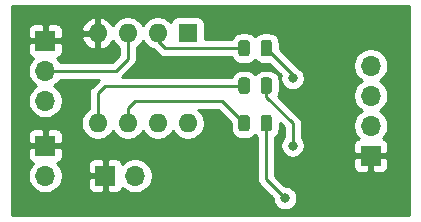
<source format=gtl>
%TF.GenerationSoftware,KiCad,Pcbnew,(5.1.6)-1*%
%TF.CreationDate,2020-09-25T08:59:50+02:00*%
%TF.ProjectId,rainbow-ledbar-CMS,7261696e-626f-4772-9d6c-65646261722d,rev?*%
%TF.SameCoordinates,PX8583b00PY44aa200*%
%TF.FileFunction,Copper,L1,Top*%
%TF.FilePolarity,Positive*%
%FSLAX46Y46*%
G04 Gerber Fmt 4.6, Leading zero omitted, Abs format (unit mm)*
G04 Created by KiCad (PCBNEW (5.1.6)-1) date 2020-09-25 08:59:50*
%MOMM*%
%LPD*%
G01*
G04 APERTURE LIST*
%TA.AperFunction,ComponentPad*%
%ADD10R,1.700000X1.700000*%
%TD*%
%TA.AperFunction,ComponentPad*%
%ADD11O,1.700000X1.700000*%
%TD*%
%TA.AperFunction,ComponentPad*%
%ADD12R,1.600000X1.600000*%
%TD*%
%TA.AperFunction,ComponentPad*%
%ADD13O,1.600000X1.600000*%
%TD*%
%TA.AperFunction,ViaPad*%
%ADD14C,0.800000*%
%TD*%
%TA.AperFunction,Conductor*%
%ADD15C,0.250000*%
%TD*%
%TA.AperFunction,Conductor*%
%ADD16C,0.254000*%
%TD*%
G04 APERTURE END LIST*
%TO.P,R1,1*%
%TO.N,B*%
%TA.AperFunction,SMDPad,CuDef*%
G36*
G01*
X19865000Y-7831250D02*
X19865000Y-6918750D01*
G75*
G02*
X20108750Y-6675000I243750J0D01*
G01*
X20596250Y-6675000D01*
G75*
G02*
X20840000Y-6918750I0J-243750D01*
G01*
X20840000Y-7831250D01*
G75*
G02*
X20596250Y-8075000I-243750J0D01*
G01*
X20108750Y-8075000D01*
G75*
G02*
X19865000Y-7831250I0J243750D01*
G01*
G37*
%TD.AperFunction*%
%TO.P,R1,2*%
%TO.N,Net-(Q1-Pad2)*%
%TA.AperFunction,SMDPad,CuDef*%
G36*
G01*
X21740000Y-7831250D02*
X21740000Y-6918750D01*
G75*
G02*
X21983750Y-6675000I243750J0D01*
G01*
X22471250Y-6675000D01*
G75*
G02*
X22715000Y-6918750I0J-243750D01*
G01*
X22715000Y-7831250D01*
G75*
G02*
X22471250Y-8075000I-243750J0D01*
G01*
X21983750Y-8075000D01*
G75*
G02*
X21740000Y-7831250I0J243750D01*
G01*
G37*
%TD.AperFunction*%
%TD*%
%TO.P,R2,2*%
%TO.N,Net-(Q2-Pad2)*%
%TA.AperFunction,SMDPad,CuDef*%
G36*
G01*
X21740000Y-11006250D02*
X21740000Y-10093750D01*
G75*
G02*
X21983750Y-9850000I243750J0D01*
G01*
X22471250Y-9850000D01*
G75*
G02*
X22715000Y-10093750I0J-243750D01*
G01*
X22715000Y-11006250D01*
G75*
G02*
X22471250Y-11250000I-243750J0D01*
G01*
X21983750Y-11250000D01*
G75*
G02*
X21740000Y-11006250I0J243750D01*
G01*
G37*
%TD.AperFunction*%
%TO.P,R2,1*%
%TO.N,G*%
%TA.AperFunction,SMDPad,CuDef*%
G36*
G01*
X19865000Y-11006250D02*
X19865000Y-10093750D01*
G75*
G02*
X20108750Y-9850000I243750J0D01*
G01*
X20596250Y-9850000D01*
G75*
G02*
X20840000Y-10093750I0J-243750D01*
G01*
X20840000Y-11006250D01*
G75*
G02*
X20596250Y-11250000I-243750J0D01*
G01*
X20108750Y-11250000D01*
G75*
G02*
X19865000Y-11006250I0J243750D01*
G01*
G37*
%TD.AperFunction*%
%TD*%
%TO.P,R3,1*%
%TO.N,R*%
%TA.AperFunction,SMDPad,CuDef*%
G36*
G01*
X19865000Y-4656250D02*
X19865000Y-3743750D01*
G75*
G02*
X20108750Y-3500000I243750J0D01*
G01*
X20596250Y-3500000D01*
G75*
G02*
X20840000Y-3743750I0J-243750D01*
G01*
X20840000Y-4656250D01*
G75*
G02*
X20596250Y-4900000I-243750J0D01*
G01*
X20108750Y-4900000D01*
G75*
G02*
X19865000Y-4656250I0J243750D01*
G01*
G37*
%TD.AperFunction*%
%TO.P,R3,2*%
%TO.N,Net-(Q3-Pad2)*%
%TA.AperFunction,SMDPad,CuDef*%
G36*
G01*
X21740000Y-4656250D02*
X21740000Y-3743750D01*
G75*
G02*
X21983750Y-3500000I243750J0D01*
G01*
X22471250Y-3500000D01*
G75*
G02*
X22715000Y-3743750I0J-243750D01*
G01*
X22715000Y-4656250D01*
G75*
G02*
X22471250Y-4900000I-243750J0D01*
G01*
X21983750Y-4900000D01*
G75*
G02*
X21740000Y-4656250I0J243750D01*
G01*
G37*
%TD.AperFunction*%
%TD*%
D10*
%TO.P,J1,1*%
%TO.N,GNDREF*%
X31069000Y-13300000D03*
D11*
%TO.P,J1,2*%
%TO.N,Net-(J1-Pad2)*%
X31069000Y-10760000D03*
%TO.P,J1,3*%
%TO.N,Net-(J1-Pad3)*%
X31069000Y-8220000D03*
%TO.P,J1,4*%
%TO.N,Net-(J1-Pad4)*%
X31069000Y-5680000D03*
%TD*%
D10*
%TO.P,J2,1*%
%TO.N,GNDREF*%
X8590000Y-14995000D03*
D11*
%TO.P,J2,2*%
%TO.N,Net-(D1-Pad2)*%
X11130000Y-14995000D03*
%TD*%
%TO.P,J3,2*%
%TO.N,PushButton*%
X3510000Y-14995000D03*
D10*
%TO.P,J3,1*%
%TO.N,GNDREF*%
X3510000Y-12455000D03*
%TD*%
%TO.P,J5,1*%
%TO.N,GNDREF*%
X3510000Y-3565000D03*
D11*
%TO.P,J5,2*%
%TO.N,Potentiom\u00E8tre*%
X3510000Y-6105000D03*
%TO.P,J5,3*%
%TO.N,VCC*%
X3510000Y-8645000D03*
%TD*%
D12*
%TO.P,U1,1*%
%TO.N,Net-(U1-Pad1)*%
X15575000Y-2930000D03*
D13*
%TO.P,U1,5*%
%TO.N,B*%
X7955000Y-10550000D03*
%TO.P,U1,2*%
%TO.N,R*%
X13035000Y-2930000D03*
%TO.P,U1,6*%
%TO.N,G*%
X10495000Y-10550000D03*
%TO.P,U1,3*%
%TO.N,Potentiom\u00E8tre*%
X10495000Y-2930000D03*
%TO.P,U1,7*%
%TO.N,PushButton*%
X13035000Y-10550000D03*
%TO.P,U1,4*%
%TO.N,GNDREF*%
X7955000Y-2930000D03*
%TO.P,U1,8*%
%TO.N,VCC*%
X15575000Y-10550000D03*
%TD*%
D14*
%TO.N,GNDREF*%
X13000000Y-6000000D03*
X33000000Y-2000000D03*
X33000000Y-17000000D03*
X16210000Y-12455000D03*
X6050000Y-16900000D03*
X19385000Y-1660000D03*
%TO.N,Net-(Q1-Pad2)*%
X24465000Y-12455000D03*
%TO.N,Net-(Q2-Pad2)*%
X23830000Y-16900000D03*
%TO.N,Net-(Q3-Pad2)*%
X24465000Y-6740000D03*
%TD*%
D15*
%TO.N,Potentiom\u00E8tre*%
X3510000Y-6105000D02*
X9479000Y-6105000D01*
X10495000Y-5089000D02*
X10495000Y-2930000D01*
X9479000Y-6105000D02*
X10495000Y-5089000D01*
%TO.N,Net-(Q1-Pad2)*%
X22227500Y-7375000D02*
X22227500Y-8312500D01*
X22227500Y-8312500D02*
X24465000Y-10550000D01*
X24465000Y-10550000D02*
X24465000Y-12455000D01*
%TO.N,Net-(Q2-Pad2)*%
X23195000Y-16265000D02*
X23830000Y-16900000D01*
X22227500Y-10550000D02*
X22227500Y-15297500D01*
X22227500Y-15297500D02*
X23195000Y-16265000D01*
%TO.N,Net-(Q3-Pad2)*%
X22227500Y-4200000D02*
X24465000Y-6437500D01*
X24465000Y-6437500D02*
X24465000Y-6740000D01*
%TO.N,B*%
X7955000Y-10550000D02*
X7955000Y-8010000D01*
X8590000Y-7375000D02*
X20352500Y-7375000D01*
X7955000Y-8010000D02*
X8590000Y-7375000D01*
%TO.N,G*%
X10495000Y-10550000D02*
X10495000Y-9280000D01*
X10495000Y-9280000D02*
X11130000Y-8645000D01*
X18447500Y-8645000D02*
X20352500Y-10550000D01*
X11130000Y-8645000D02*
X18447500Y-8645000D01*
%TO.N,R*%
X13035000Y-2930000D02*
X13035000Y-3565000D01*
X13670000Y-4200000D02*
X20352500Y-4200000D01*
X13035000Y-3565000D02*
X13670000Y-4200000D01*
%TD*%
D16*
%TO.N,GNDREF*%
G36*
X34340001Y-18340000D02*
G01*
X660000Y-18340000D01*
X660000Y-13305000D01*
X2021928Y-13305000D01*
X2034188Y-13429482D01*
X2070498Y-13549180D01*
X2129463Y-13659494D01*
X2208815Y-13756185D01*
X2305506Y-13835537D01*
X2415820Y-13894502D01*
X2488380Y-13916513D01*
X2356525Y-14048368D01*
X2194010Y-14291589D01*
X2082068Y-14561842D01*
X2025000Y-14848740D01*
X2025000Y-15141260D01*
X2082068Y-15428158D01*
X2194010Y-15698411D01*
X2356525Y-15941632D01*
X2563368Y-16148475D01*
X2806589Y-16310990D01*
X3076842Y-16422932D01*
X3363740Y-16480000D01*
X3656260Y-16480000D01*
X3943158Y-16422932D01*
X4213411Y-16310990D01*
X4456632Y-16148475D01*
X4663475Y-15941632D01*
X4728042Y-15845000D01*
X7101928Y-15845000D01*
X7114188Y-15969482D01*
X7150498Y-16089180D01*
X7209463Y-16199494D01*
X7288815Y-16296185D01*
X7385506Y-16375537D01*
X7495820Y-16434502D01*
X7615518Y-16470812D01*
X7740000Y-16483072D01*
X8304250Y-16480000D01*
X8463000Y-16321250D01*
X8463000Y-15122000D01*
X7263750Y-15122000D01*
X7105000Y-15280750D01*
X7101928Y-15845000D01*
X4728042Y-15845000D01*
X4825990Y-15698411D01*
X4937932Y-15428158D01*
X4995000Y-15141260D01*
X4995000Y-14848740D01*
X4937932Y-14561842D01*
X4825990Y-14291589D01*
X4728043Y-14145000D01*
X7101928Y-14145000D01*
X7105000Y-14709250D01*
X7263750Y-14868000D01*
X8463000Y-14868000D01*
X8463000Y-13668750D01*
X8717000Y-13668750D01*
X8717000Y-14868000D01*
X8737000Y-14868000D01*
X8737000Y-15122000D01*
X8717000Y-15122000D01*
X8717000Y-16321250D01*
X8875750Y-16480000D01*
X9440000Y-16483072D01*
X9564482Y-16470812D01*
X9684180Y-16434502D01*
X9794494Y-16375537D01*
X9891185Y-16296185D01*
X9970537Y-16199494D01*
X10029502Y-16089180D01*
X10051513Y-16016620D01*
X10183368Y-16148475D01*
X10426589Y-16310990D01*
X10696842Y-16422932D01*
X10983740Y-16480000D01*
X11276260Y-16480000D01*
X11563158Y-16422932D01*
X11833411Y-16310990D01*
X12076632Y-16148475D01*
X12283475Y-15941632D01*
X12445990Y-15698411D01*
X12557932Y-15428158D01*
X12615000Y-15141260D01*
X12615000Y-14848740D01*
X12557932Y-14561842D01*
X12445990Y-14291589D01*
X12283475Y-14048368D01*
X12076632Y-13841525D01*
X11833411Y-13679010D01*
X11563158Y-13567068D01*
X11276260Y-13510000D01*
X10983740Y-13510000D01*
X10696842Y-13567068D01*
X10426589Y-13679010D01*
X10183368Y-13841525D01*
X10051513Y-13973380D01*
X10029502Y-13900820D01*
X9970537Y-13790506D01*
X9891185Y-13693815D01*
X9794494Y-13614463D01*
X9684180Y-13555498D01*
X9564482Y-13519188D01*
X9440000Y-13506928D01*
X8875750Y-13510000D01*
X8717000Y-13668750D01*
X8463000Y-13668750D01*
X8304250Y-13510000D01*
X7740000Y-13506928D01*
X7615518Y-13519188D01*
X7495820Y-13555498D01*
X7385506Y-13614463D01*
X7288815Y-13693815D01*
X7209463Y-13790506D01*
X7150498Y-13900820D01*
X7114188Y-14020518D01*
X7101928Y-14145000D01*
X4728043Y-14145000D01*
X4663475Y-14048368D01*
X4531620Y-13916513D01*
X4604180Y-13894502D01*
X4714494Y-13835537D01*
X4811185Y-13756185D01*
X4890537Y-13659494D01*
X4949502Y-13549180D01*
X4985812Y-13429482D01*
X4998072Y-13305000D01*
X4995000Y-12740750D01*
X4836250Y-12582000D01*
X3637000Y-12582000D01*
X3637000Y-12602000D01*
X3383000Y-12602000D01*
X3383000Y-12582000D01*
X2183750Y-12582000D01*
X2025000Y-12740750D01*
X2021928Y-13305000D01*
X660000Y-13305000D01*
X660000Y-11605000D01*
X2021928Y-11605000D01*
X2025000Y-12169250D01*
X2183750Y-12328000D01*
X3383000Y-12328000D01*
X3383000Y-11128750D01*
X3637000Y-11128750D01*
X3637000Y-12328000D01*
X4836250Y-12328000D01*
X4995000Y-12169250D01*
X4998072Y-11605000D01*
X4985812Y-11480518D01*
X4949502Y-11360820D01*
X4890537Y-11250506D01*
X4811185Y-11153815D01*
X4714494Y-11074463D01*
X4604180Y-11015498D01*
X4484482Y-10979188D01*
X4360000Y-10966928D01*
X3795750Y-10970000D01*
X3637000Y-11128750D01*
X3383000Y-11128750D01*
X3224250Y-10970000D01*
X2660000Y-10966928D01*
X2535518Y-10979188D01*
X2415820Y-11015498D01*
X2305506Y-11074463D01*
X2208815Y-11153815D01*
X2129463Y-11250506D01*
X2070498Y-11360820D01*
X2034188Y-11480518D01*
X2021928Y-11605000D01*
X660000Y-11605000D01*
X660000Y-4415000D01*
X2021928Y-4415000D01*
X2034188Y-4539482D01*
X2070498Y-4659180D01*
X2129463Y-4769494D01*
X2208815Y-4866185D01*
X2305506Y-4945537D01*
X2415820Y-5004502D01*
X2488380Y-5026513D01*
X2356525Y-5158368D01*
X2194010Y-5401589D01*
X2082068Y-5671842D01*
X2025000Y-5958740D01*
X2025000Y-6251260D01*
X2082068Y-6538158D01*
X2194010Y-6808411D01*
X2356525Y-7051632D01*
X2563368Y-7258475D01*
X2737760Y-7375000D01*
X2563368Y-7491525D01*
X2356525Y-7698368D01*
X2194010Y-7941589D01*
X2082068Y-8211842D01*
X2025000Y-8498740D01*
X2025000Y-8791260D01*
X2082068Y-9078158D01*
X2194010Y-9348411D01*
X2356525Y-9591632D01*
X2563368Y-9798475D01*
X2806589Y-9960990D01*
X3076842Y-10072932D01*
X3363740Y-10130000D01*
X3656260Y-10130000D01*
X3943158Y-10072932D01*
X4213411Y-9960990D01*
X4456632Y-9798475D01*
X4663475Y-9591632D01*
X4825990Y-9348411D01*
X4937932Y-9078158D01*
X4995000Y-8791260D01*
X4995000Y-8498740D01*
X4937932Y-8211842D01*
X4825990Y-7941589D01*
X4663475Y-7698368D01*
X4456632Y-7491525D01*
X4282240Y-7375000D01*
X4456632Y-7258475D01*
X4663475Y-7051632D01*
X4788178Y-6865000D01*
X8025198Y-6865000D01*
X7443998Y-7446201D01*
X7415000Y-7469999D01*
X7391202Y-7498997D01*
X7391201Y-7498998D01*
X7320026Y-7585724D01*
X7249454Y-7717754D01*
X7228497Y-7786842D01*
X7205998Y-7861014D01*
X7202552Y-7895998D01*
X7191324Y-8010000D01*
X7195001Y-8047332D01*
X7195000Y-9331956D01*
X7040241Y-9435363D01*
X6840363Y-9635241D01*
X6683320Y-9870273D01*
X6575147Y-10131426D01*
X6520000Y-10408665D01*
X6520000Y-10691335D01*
X6575147Y-10968574D01*
X6683320Y-11229727D01*
X6840363Y-11464759D01*
X7040241Y-11664637D01*
X7275273Y-11821680D01*
X7536426Y-11929853D01*
X7813665Y-11985000D01*
X8096335Y-11985000D01*
X8373574Y-11929853D01*
X8634727Y-11821680D01*
X8869759Y-11664637D01*
X9069637Y-11464759D01*
X9225000Y-11232241D01*
X9380363Y-11464759D01*
X9580241Y-11664637D01*
X9815273Y-11821680D01*
X10076426Y-11929853D01*
X10353665Y-11985000D01*
X10636335Y-11985000D01*
X10913574Y-11929853D01*
X11174727Y-11821680D01*
X11409759Y-11664637D01*
X11609637Y-11464759D01*
X11765000Y-11232241D01*
X11920363Y-11464759D01*
X12120241Y-11664637D01*
X12355273Y-11821680D01*
X12616426Y-11929853D01*
X12893665Y-11985000D01*
X13176335Y-11985000D01*
X13453574Y-11929853D01*
X13714727Y-11821680D01*
X13949759Y-11664637D01*
X14149637Y-11464759D01*
X14305000Y-11232241D01*
X14460363Y-11464759D01*
X14660241Y-11664637D01*
X14895273Y-11821680D01*
X15156426Y-11929853D01*
X15433665Y-11985000D01*
X15716335Y-11985000D01*
X15993574Y-11929853D01*
X16254727Y-11821680D01*
X16489759Y-11664637D01*
X16689637Y-11464759D01*
X16846680Y-11229727D01*
X16954853Y-10968574D01*
X17010000Y-10691335D01*
X17010000Y-10408665D01*
X16954853Y-10131426D01*
X16846680Y-9870273D01*
X16689637Y-9635241D01*
X16489759Y-9435363D01*
X16444317Y-9405000D01*
X18132699Y-9405000D01*
X19226928Y-10499230D01*
X19226928Y-11006250D01*
X19243872Y-11178285D01*
X19294053Y-11343709D01*
X19375542Y-11496164D01*
X19485208Y-11629792D01*
X19618836Y-11739458D01*
X19771291Y-11820947D01*
X19936715Y-11871128D01*
X20108750Y-11888072D01*
X20596250Y-11888072D01*
X20768285Y-11871128D01*
X20933709Y-11820947D01*
X21086164Y-11739458D01*
X21219792Y-11629792D01*
X21290000Y-11544244D01*
X21360208Y-11629792D01*
X21467500Y-11717845D01*
X21467501Y-15260168D01*
X21463824Y-15297500D01*
X21478498Y-15446485D01*
X21521954Y-15589746D01*
X21592526Y-15721776D01*
X21663701Y-15808502D01*
X21687500Y-15837501D01*
X21716498Y-15861299D01*
X22683997Y-16828799D01*
X22684002Y-16828803D01*
X22795000Y-16939801D01*
X22795000Y-17001939D01*
X22834774Y-17201898D01*
X22912795Y-17390256D01*
X23026063Y-17559774D01*
X23170226Y-17703937D01*
X23339744Y-17817205D01*
X23528102Y-17895226D01*
X23728061Y-17935000D01*
X23931939Y-17935000D01*
X24131898Y-17895226D01*
X24320256Y-17817205D01*
X24489774Y-17703937D01*
X24633937Y-17559774D01*
X24747205Y-17390256D01*
X24825226Y-17201898D01*
X24865000Y-17001939D01*
X24865000Y-16798061D01*
X24825226Y-16598102D01*
X24747205Y-16409744D01*
X24633937Y-16240226D01*
X24489774Y-16096063D01*
X24320256Y-15982795D01*
X24131898Y-15904774D01*
X23931939Y-15865000D01*
X23869801Y-15865000D01*
X23758803Y-15754002D01*
X23758799Y-15753997D01*
X22987500Y-14982699D01*
X22987500Y-14150000D01*
X29580928Y-14150000D01*
X29593188Y-14274482D01*
X29629498Y-14394180D01*
X29688463Y-14504494D01*
X29767815Y-14601185D01*
X29864506Y-14680537D01*
X29974820Y-14739502D01*
X30094518Y-14775812D01*
X30219000Y-14788072D01*
X30783250Y-14785000D01*
X30942000Y-14626250D01*
X30942000Y-13427000D01*
X31196000Y-13427000D01*
X31196000Y-14626250D01*
X31354750Y-14785000D01*
X31919000Y-14788072D01*
X32043482Y-14775812D01*
X32163180Y-14739502D01*
X32273494Y-14680537D01*
X32370185Y-14601185D01*
X32449537Y-14504494D01*
X32508502Y-14394180D01*
X32544812Y-14274482D01*
X32557072Y-14150000D01*
X32554000Y-13585750D01*
X32395250Y-13427000D01*
X31196000Y-13427000D01*
X30942000Y-13427000D01*
X29742750Y-13427000D01*
X29584000Y-13585750D01*
X29580928Y-14150000D01*
X22987500Y-14150000D01*
X22987500Y-11717845D01*
X23094792Y-11629792D01*
X23204458Y-11496164D01*
X23285947Y-11343709D01*
X23336128Y-11178285D01*
X23353072Y-11006250D01*
X23353072Y-10512874D01*
X23705000Y-10864802D01*
X23705001Y-11751288D01*
X23661063Y-11795226D01*
X23547795Y-11964744D01*
X23469774Y-12153102D01*
X23430000Y-12353061D01*
X23430000Y-12556939D01*
X23469774Y-12756898D01*
X23547795Y-12945256D01*
X23661063Y-13114774D01*
X23805226Y-13258937D01*
X23974744Y-13372205D01*
X24163102Y-13450226D01*
X24363061Y-13490000D01*
X24566939Y-13490000D01*
X24766898Y-13450226D01*
X24955256Y-13372205D01*
X25124774Y-13258937D01*
X25268937Y-13114774D01*
X25382205Y-12945256D01*
X25460226Y-12756898D01*
X25500000Y-12556939D01*
X25500000Y-12450000D01*
X29580928Y-12450000D01*
X29584000Y-13014250D01*
X29742750Y-13173000D01*
X30942000Y-13173000D01*
X30942000Y-13153000D01*
X31196000Y-13153000D01*
X31196000Y-13173000D01*
X32395250Y-13173000D01*
X32554000Y-13014250D01*
X32557072Y-12450000D01*
X32544812Y-12325518D01*
X32508502Y-12205820D01*
X32449537Y-12095506D01*
X32370185Y-11998815D01*
X32273494Y-11919463D01*
X32163180Y-11860498D01*
X32090620Y-11838487D01*
X32222475Y-11706632D01*
X32384990Y-11463411D01*
X32496932Y-11193158D01*
X32554000Y-10906260D01*
X32554000Y-10613740D01*
X32496932Y-10326842D01*
X32384990Y-10056589D01*
X32222475Y-9813368D01*
X32015632Y-9606525D01*
X31841240Y-9490000D01*
X32015632Y-9373475D01*
X32222475Y-9166632D01*
X32384990Y-8923411D01*
X32496932Y-8653158D01*
X32554000Y-8366260D01*
X32554000Y-8073740D01*
X32496932Y-7786842D01*
X32384990Y-7516589D01*
X32222475Y-7273368D01*
X32015632Y-7066525D01*
X31841240Y-6950000D01*
X32015632Y-6833475D01*
X32222475Y-6626632D01*
X32384990Y-6383411D01*
X32496932Y-6113158D01*
X32554000Y-5826260D01*
X32554000Y-5533740D01*
X32496932Y-5246842D01*
X32384990Y-4976589D01*
X32222475Y-4733368D01*
X32015632Y-4526525D01*
X31772411Y-4364010D01*
X31502158Y-4252068D01*
X31215260Y-4195000D01*
X30922740Y-4195000D01*
X30635842Y-4252068D01*
X30365589Y-4364010D01*
X30122368Y-4526525D01*
X29915525Y-4733368D01*
X29753010Y-4976589D01*
X29641068Y-5246842D01*
X29584000Y-5533740D01*
X29584000Y-5826260D01*
X29641068Y-6113158D01*
X29753010Y-6383411D01*
X29915525Y-6626632D01*
X30122368Y-6833475D01*
X30296760Y-6950000D01*
X30122368Y-7066525D01*
X29915525Y-7273368D01*
X29753010Y-7516589D01*
X29641068Y-7786842D01*
X29584000Y-8073740D01*
X29584000Y-8366260D01*
X29641068Y-8653158D01*
X29753010Y-8923411D01*
X29915525Y-9166632D01*
X30122368Y-9373475D01*
X30296760Y-9490000D01*
X30122368Y-9606525D01*
X29915525Y-9813368D01*
X29753010Y-10056589D01*
X29641068Y-10326842D01*
X29584000Y-10613740D01*
X29584000Y-10906260D01*
X29641068Y-11193158D01*
X29753010Y-11463411D01*
X29915525Y-11706632D01*
X30047380Y-11838487D01*
X29974820Y-11860498D01*
X29864506Y-11919463D01*
X29767815Y-11998815D01*
X29688463Y-12095506D01*
X29629498Y-12205820D01*
X29593188Y-12325518D01*
X29580928Y-12450000D01*
X25500000Y-12450000D01*
X25500000Y-12353061D01*
X25460226Y-12153102D01*
X25382205Y-11964744D01*
X25268937Y-11795226D01*
X25225000Y-11751289D01*
X25225000Y-10587323D01*
X25228676Y-10550000D01*
X25225000Y-10512677D01*
X25225000Y-10512667D01*
X25214003Y-10401014D01*
X25170546Y-10257753D01*
X25099974Y-10125724D01*
X25005001Y-10009999D01*
X24976004Y-9986202D01*
X23241557Y-8251756D01*
X23285947Y-8168709D01*
X23336128Y-8003285D01*
X23353072Y-7831250D01*
X23353072Y-6918750D01*
X23336128Y-6746715D01*
X23285947Y-6581291D01*
X23204458Y-6428836D01*
X23094792Y-6295208D01*
X22961164Y-6185542D01*
X22808709Y-6104053D01*
X22643285Y-6053872D01*
X22471250Y-6036928D01*
X21983750Y-6036928D01*
X21811715Y-6053872D01*
X21646291Y-6104053D01*
X21493836Y-6185542D01*
X21360208Y-6295208D01*
X21290000Y-6380756D01*
X21219792Y-6295208D01*
X21086164Y-6185542D01*
X20933709Y-6104053D01*
X20768285Y-6053872D01*
X20596250Y-6036928D01*
X20108750Y-6036928D01*
X19936715Y-6053872D01*
X19771291Y-6104053D01*
X19618836Y-6185542D01*
X19485208Y-6295208D01*
X19375542Y-6428836D01*
X19294053Y-6581291D01*
X19283827Y-6615000D01*
X10043801Y-6615000D01*
X11006004Y-5652798D01*
X11035001Y-5629001D01*
X11087526Y-5564999D01*
X11129974Y-5513277D01*
X11200546Y-5381247D01*
X11211541Y-5345000D01*
X11244003Y-5237986D01*
X11255000Y-5126333D01*
X11255000Y-5126323D01*
X11258676Y-5089000D01*
X11255000Y-5051678D01*
X11255000Y-4148043D01*
X11409759Y-4044637D01*
X11609637Y-3844759D01*
X11765000Y-3612241D01*
X11920363Y-3844759D01*
X12120241Y-4044637D01*
X12355273Y-4201680D01*
X12616426Y-4309853D01*
X12727058Y-4331859D01*
X13106200Y-4711002D01*
X13129999Y-4740001D01*
X13158997Y-4763799D01*
X13245724Y-4834974D01*
X13377753Y-4905546D01*
X13521014Y-4949003D01*
X13670000Y-4963677D01*
X13707333Y-4960000D01*
X19283827Y-4960000D01*
X19294053Y-4993709D01*
X19375542Y-5146164D01*
X19485208Y-5279792D01*
X19618836Y-5389458D01*
X19771291Y-5470947D01*
X19936715Y-5521128D01*
X20108750Y-5538072D01*
X20596250Y-5538072D01*
X20768285Y-5521128D01*
X20933709Y-5470947D01*
X21086164Y-5389458D01*
X21219792Y-5279792D01*
X21290000Y-5194244D01*
X21360208Y-5279792D01*
X21493836Y-5389458D01*
X21646291Y-5470947D01*
X21811715Y-5521128D01*
X21983750Y-5538072D01*
X22471250Y-5538072D01*
X22489020Y-5536322D01*
X23456671Y-6503973D01*
X23430000Y-6638061D01*
X23430000Y-6841939D01*
X23469774Y-7041898D01*
X23547795Y-7230256D01*
X23661063Y-7399774D01*
X23805226Y-7543937D01*
X23974744Y-7657205D01*
X24163102Y-7735226D01*
X24363061Y-7775000D01*
X24566939Y-7775000D01*
X24766898Y-7735226D01*
X24955256Y-7657205D01*
X25124774Y-7543937D01*
X25268937Y-7399774D01*
X25382205Y-7230256D01*
X25460226Y-7041898D01*
X25500000Y-6841939D01*
X25500000Y-6638061D01*
X25460226Y-6438102D01*
X25382205Y-6249744D01*
X25268937Y-6080226D01*
X25124774Y-5936063D01*
X24955256Y-5822795D01*
X24903771Y-5801469D01*
X23353072Y-4250771D01*
X23353072Y-3743750D01*
X23336128Y-3571715D01*
X23285947Y-3406291D01*
X23204458Y-3253836D01*
X23094792Y-3120208D01*
X22961164Y-3010542D01*
X22808709Y-2929053D01*
X22643285Y-2878872D01*
X22471250Y-2861928D01*
X21983750Y-2861928D01*
X21811715Y-2878872D01*
X21646291Y-2929053D01*
X21493836Y-3010542D01*
X21360208Y-3120208D01*
X21290000Y-3205756D01*
X21219792Y-3120208D01*
X21086164Y-3010542D01*
X20933709Y-2929053D01*
X20768285Y-2878872D01*
X20596250Y-2861928D01*
X20108750Y-2861928D01*
X19936715Y-2878872D01*
X19771291Y-2929053D01*
X19618836Y-3010542D01*
X19485208Y-3120208D01*
X19375542Y-3253836D01*
X19294053Y-3406291D01*
X19283827Y-3440000D01*
X17013072Y-3440000D01*
X17013072Y-2130000D01*
X17000812Y-2005518D01*
X16964502Y-1885820D01*
X16905537Y-1775506D01*
X16826185Y-1678815D01*
X16729494Y-1599463D01*
X16619180Y-1540498D01*
X16499482Y-1504188D01*
X16375000Y-1491928D01*
X14775000Y-1491928D01*
X14650518Y-1504188D01*
X14530820Y-1540498D01*
X14420506Y-1599463D01*
X14323815Y-1678815D01*
X14244463Y-1775506D01*
X14185498Y-1885820D01*
X14149188Y-2005518D01*
X14148357Y-2013961D01*
X13949759Y-1815363D01*
X13714727Y-1658320D01*
X13453574Y-1550147D01*
X13176335Y-1495000D01*
X12893665Y-1495000D01*
X12616426Y-1550147D01*
X12355273Y-1658320D01*
X12120241Y-1815363D01*
X11920363Y-2015241D01*
X11765000Y-2247759D01*
X11609637Y-2015241D01*
X11409759Y-1815363D01*
X11174727Y-1658320D01*
X10913574Y-1550147D01*
X10636335Y-1495000D01*
X10353665Y-1495000D01*
X10076426Y-1550147D01*
X9815273Y-1658320D01*
X9580241Y-1815363D01*
X9380363Y-2015241D01*
X9223320Y-2250273D01*
X9218933Y-2260865D01*
X9107385Y-2074869D01*
X8918414Y-1866481D01*
X8692420Y-1698963D01*
X8438087Y-1578754D01*
X8304039Y-1538096D01*
X8082000Y-1660085D01*
X8082000Y-2803000D01*
X8102000Y-2803000D01*
X8102000Y-3057000D01*
X8082000Y-3057000D01*
X8082000Y-4199915D01*
X8304039Y-4321904D01*
X8438087Y-4281246D01*
X8692420Y-4161037D01*
X8918414Y-3993519D01*
X9107385Y-3785131D01*
X9218933Y-3599135D01*
X9223320Y-3609727D01*
X9380363Y-3844759D01*
X9580241Y-4044637D01*
X9735000Y-4148044D01*
X9735000Y-4774198D01*
X9164199Y-5345000D01*
X4788178Y-5345000D01*
X4663475Y-5158368D01*
X4531620Y-5026513D01*
X4604180Y-5004502D01*
X4714494Y-4945537D01*
X4811185Y-4866185D01*
X4890537Y-4769494D01*
X4949502Y-4659180D01*
X4985812Y-4539482D01*
X4998072Y-4415000D01*
X4995000Y-3850750D01*
X4836250Y-3692000D01*
X3637000Y-3692000D01*
X3637000Y-3712000D01*
X3383000Y-3712000D01*
X3383000Y-3692000D01*
X2183750Y-3692000D01*
X2025000Y-3850750D01*
X2021928Y-4415000D01*
X660000Y-4415000D01*
X660000Y-2715000D01*
X2021928Y-2715000D01*
X2025000Y-3279250D01*
X2183750Y-3438000D01*
X3383000Y-3438000D01*
X3383000Y-2238750D01*
X3637000Y-2238750D01*
X3637000Y-3438000D01*
X4836250Y-3438000D01*
X4995000Y-3279250D01*
X4995001Y-3279040D01*
X6563091Y-3279040D01*
X6657930Y-3543881D01*
X6802615Y-3785131D01*
X6991586Y-3993519D01*
X7217580Y-4161037D01*
X7471913Y-4281246D01*
X7605961Y-4321904D01*
X7828000Y-4199915D01*
X7828000Y-3057000D01*
X6684376Y-3057000D01*
X6563091Y-3279040D01*
X4995001Y-3279040D01*
X4998072Y-2715000D01*
X4985812Y-2590518D01*
X4982913Y-2580960D01*
X6563091Y-2580960D01*
X6684376Y-2803000D01*
X7828000Y-2803000D01*
X7828000Y-1660085D01*
X7605961Y-1538096D01*
X7471913Y-1578754D01*
X7217580Y-1698963D01*
X6991586Y-1866481D01*
X6802615Y-2074869D01*
X6657930Y-2316119D01*
X6563091Y-2580960D01*
X4982913Y-2580960D01*
X4949502Y-2470820D01*
X4890537Y-2360506D01*
X4811185Y-2263815D01*
X4714494Y-2184463D01*
X4604180Y-2125498D01*
X4484482Y-2089188D01*
X4360000Y-2076928D01*
X3795750Y-2080000D01*
X3637000Y-2238750D01*
X3383000Y-2238750D01*
X3224250Y-2080000D01*
X2660000Y-2076928D01*
X2535518Y-2089188D01*
X2415820Y-2125498D01*
X2305506Y-2184463D01*
X2208815Y-2263815D01*
X2129463Y-2360506D01*
X2070498Y-2470820D01*
X2034188Y-2590518D01*
X2021928Y-2715000D01*
X660000Y-2715000D01*
X660000Y-660000D01*
X34340000Y-660000D01*
X34340001Y-18340000D01*
G37*
X34340001Y-18340000D02*
X660000Y-18340000D01*
X660000Y-13305000D01*
X2021928Y-13305000D01*
X2034188Y-13429482D01*
X2070498Y-13549180D01*
X2129463Y-13659494D01*
X2208815Y-13756185D01*
X2305506Y-13835537D01*
X2415820Y-13894502D01*
X2488380Y-13916513D01*
X2356525Y-14048368D01*
X2194010Y-14291589D01*
X2082068Y-14561842D01*
X2025000Y-14848740D01*
X2025000Y-15141260D01*
X2082068Y-15428158D01*
X2194010Y-15698411D01*
X2356525Y-15941632D01*
X2563368Y-16148475D01*
X2806589Y-16310990D01*
X3076842Y-16422932D01*
X3363740Y-16480000D01*
X3656260Y-16480000D01*
X3943158Y-16422932D01*
X4213411Y-16310990D01*
X4456632Y-16148475D01*
X4663475Y-15941632D01*
X4728042Y-15845000D01*
X7101928Y-15845000D01*
X7114188Y-15969482D01*
X7150498Y-16089180D01*
X7209463Y-16199494D01*
X7288815Y-16296185D01*
X7385506Y-16375537D01*
X7495820Y-16434502D01*
X7615518Y-16470812D01*
X7740000Y-16483072D01*
X8304250Y-16480000D01*
X8463000Y-16321250D01*
X8463000Y-15122000D01*
X7263750Y-15122000D01*
X7105000Y-15280750D01*
X7101928Y-15845000D01*
X4728042Y-15845000D01*
X4825990Y-15698411D01*
X4937932Y-15428158D01*
X4995000Y-15141260D01*
X4995000Y-14848740D01*
X4937932Y-14561842D01*
X4825990Y-14291589D01*
X4728043Y-14145000D01*
X7101928Y-14145000D01*
X7105000Y-14709250D01*
X7263750Y-14868000D01*
X8463000Y-14868000D01*
X8463000Y-13668750D01*
X8717000Y-13668750D01*
X8717000Y-14868000D01*
X8737000Y-14868000D01*
X8737000Y-15122000D01*
X8717000Y-15122000D01*
X8717000Y-16321250D01*
X8875750Y-16480000D01*
X9440000Y-16483072D01*
X9564482Y-16470812D01*
X9684180Y-16434502D01*
X9794494Y-16375537D01*
X9891185Y-16296185D01*
X9970537Y-16199494D01*
X10029502Y-16089180D01*
X10051513Y-16016620D01*
X10183368Y-16148475D01*
X10426589Y-16310990D01*
X10696842Y-16422932D01*
X10983740Y-16480000D01*
X11276260Y-16480000D01*
X11563158Y-16422932D01*
X11833411Y-16310990D01*
X12076632Y-16148475D01*
X12283475Y-15941632D01*
X12445990Y-15698411D01*
X12557932Y-15428158D01*
X12615000Y-15141260D01*
X12615000Y-14848740D01*
X12557932Y-14561842D01*
X12445990Y-14291589D01*
X12283475Y-14048368D01*
X12076632Y-13841525D01*
X11833411Y-13679010D01*
X11563158Y-13567068D01*
X11276260Y-13510000D01*
X10983740Y-13510000D01*
X10696842Y-13567068D01*
X10426589Y-13679010D01*
X10183368Y-13841525D01*
X10051513Y-13973380D01*
X10029502Y-13900820D01*
X9970537Y-13790506D01*
X9891185Y-13693815D01*
X9794494Y-13614463D01*
X9684180Y-13555498D01*
X9564482Y-13519188D01*
X9440000Y-13506928D01*
X8875750Y-13510000D01*
X8717000Y-13668750D01*
X8463000Y-13668750D01*
X8304250Y-13510000D01*
X7740000Y-13506928D01*
X7615518Y-13519188D01*
X7495820Y-13555498D01*
X7385506Y-13614463D01*
X7288815Y-13693815D01*
X7209463Y-13790506D01*
X7150498Y-13900820D01*
X7114188Y-14020518D01*
X7101928Y-14145000D01*
X4728043Y-14145000D01*
X4663475Y-14048368D01*
X4531620Y-13916513D01*
X4604180Y-13894502D01*
X4714494Y-13835537D01*
X4811185Y-13756185D01*
X4890537Y-13659494D01*
X4949502Y-13549180D01*
X4985812Y-13429482D01*
X4998072Y-13305000D01*
X4995000Y-12740750D01*
X4836250Y-12582000D01*
X3637000Y-12582000D01*
X3637000Y-12602000D01*
X3383000Y-12602000D01*
X3383000Y-12582000D01*
X2183750Y-12582000D01*
X2025000Y-12740750D01*
X2021928Y-13305000D01*
X660000Y-13305000D01*
X660000Y-11605000D01*
X2021928Y-11605000D01*
X2025000Y-12169250D01*
X2183750Y-12328000D01*
X3383000Y-12328000D01*
X3383000Y-11128750D01*
X3637000Y-11128750D01*
X3637000Y-12328000D01*
X4836250Y-12328000D01*
X4995000Y-12169250D01*
X4998072Y-11605000D01*
X4985812Y-11480518D01*
X4949502Y-11360820D01*
X4890537Y-11250506D01*
X4811185Y-11153815D01*
X4714494Y-11074463D01*
X4604180Y-11015498D01*
X4484482Y-10979188D01*
X4360000Y-10966928D01*
X3795750Y-10970000D01*
X3637000Y-11128750D01*
X3383000Y-11128750D01*
X3224250Y-10970000D01*
X2660000Y-10966928D01*
X2535518Y-10979188D01*
X2415820Y-11015498D01*
X2305506Y-11074463D01*
X2208815Y-11153815D01*
X2129463Y-11250506D01*
X2070498Y-11360820D01*
X2034188Y-11480518D01*
X2021928Y-11605000D01*
X660000Y-11605000D01*
X660000Y-4415000D01*
X2021928Y-4415000D01*
X2034188Y-4539482D01*
X2070498Y-4659180D01*
X2129463Y-4769494D01*
X2208815Y-4866185D01*
X2305506Y-4945537D01*
X2415820Y-5004502D01*
X2488380Y-5026513D01*
X2356525Y-5158368D01*
X2194010Y-5401589D01*
X2082068Y-5671842D01*
X2025000Y-5958740D01*
X2025000Y-6251260D01*
X2082068Y-6538158D01*
X2194010Y-6808411D01*
X2356525Y-7051632D01*
X2563368Y-7258475D01*
X2737760Y-7375000D01*
X2563368Y-7491525D01*
X2356525Y-7698368D01*
X2194010Y-7941589D01*
X2082068Y-8211842D01*
X2025000Y-8498740D01*
X2025000Y-8791260D01*
X2082068Y-9078158D01*
X2194010Y-9348411D01*
X2356525Y-9591632D01*
X2563368Y-9798475D01*
X2806589Y-9960990D01*
X3076842Y-10072932D01*
X3363740Y-10130000D01*
X3656260Y-10130000D01*
X3943158Y-10072932D01*
X4213411Y-9960990D01*
X4456632Y-9798475D01*
X4663475Y-9591632D01*
X4825990Y-9348411D01*
X4937932Y-9078158D01*
X4995000Y-8791260D01*
X4995000Y-8498740D01*
X4937932Y-8211842D01*
X4825990Y-7941589D01*
X4663475Y-7698368D01*
X4456632Y-7491525D01*
X4282240Y-7375000D01*
X4456632Y-7258475D01*
X4663475Y-7051632D01*
X4788178Y-6865000D01*
X8025198Y-6865000D01*
X7443998Y-7446201D01*
X7415000Y-7469999D01*
X7391202Y-7498997D01*
X7391201Y-7498998D01*
X7320026Y-7585724D01*
X7249454Y-7717754D01*
X7228497Y-7786842D01*
X7205998Y-7861014D01*
X7202552Y-7895998D01*
X7191324Y-8010000D01*
X7195001Y-8047332D01*
X7195000Y-9331956D01*
X7040241Y-9435363D01*
X6840363Y-9635241D01*
X6683320Y-9870273D01*
X6575147Y-10131426D01*
X6520000Y-10408665D01*
X6520000Y-10691335D01*
X6575147Y-10968574D01*
X6683320Y-11229727D01*
X6840363Y-11464759D01*
X7040241Y-11664637D01*
X7275273Y-11821680D01*
X7536426Y-11929853D01*
X7813665Y-11985000D01*
X8096335Y-11985000D01*
X8373574Y-11929853D01*
X8634727Y-11821680D01*
X8869759Y-11664637D01*
X9069637Y-11464759D01*
X9225000Y-11232241D01*
X9380363Y-11464759D01*
X9580241Y-11664637D01*
X9815273Y-11821680D01*
X10076426Y-11929853D01*
X10353665Y-11985000D01*
X10636335Y-11985000D01*
X10913574Y-11929853D01*
X11174727Y-11821680D01*
X11409759Y-11664637D01*
X11609637Y-11464759D01*
X11765000Y-11232241D01*
X11920363Y-11464759D01*
X12120241Y-11664637D01*
X12355273Y-11821680D01*
X12616426Y-11929853D01*
X12893665Y-11985000D01*
X13176335Y-11985000D01*
X13453574Y-11929853D01*
X13714727Y-11821680D01*
X13949759Y-11664637D01*
X14149637Y-11464759D01*
X14305000Y-11232241D01*
X14460363Y-11464759D01*
X14660241Y-11664637D01*
X14895273Y-11821680D01*
X15156426Y-11929853D01*
X15433665Y-11985000D01*
X15716335Y-11985000D01*
X15993574Y-11929853D01*
X16254727Y-11821680D01*
X16489759Y-11664637D01*
X16689637Y-11464759D01*
X16846680Y-11229727D01*
X16954853Y-10968574D01*
X17010000Y-10691335D01*
X17010000Y-10408665D01*
X16954853Y-10131426D01*
X16846680Y-9870273D01*
X16689637Y-9635241D01*
X16489759Y-9435363D01*
X16444317Y-9405000D01*
X18132699Y-9405000D01*
X19226928Y-10499230D01*
X19226928Y-11006250D01*
X19243872Y-11178285D01*
X19294053Y-11343709D01*
X19375542Y-11496164D01*
X19485208Y-11629792D01*
X19618836Y-11739458D01*
X19771291Y-11820947D01*
X19936715Y-11871128D01*
X20108750Y-11888072D01*
X20596250Y-11888072D01*
X20768285Y-11871128D01*
X20933709Y-11820947D01*
X21086164Y-11739458D01*
X21219792Y-11629792D01*
X21290000Y-11544244D01*
X21360208Y-11629792D01*
X21467500Y-11717845D01*
X21467501Y-15260168D01*
X21463824Y-15297500D01*
X21478498Y-15446485D01*
X21521954Y-15589746D01*
X21592526Y-15721776D01*
X21663701Y-15808502D01*
X21687500Y-15837501D01*
X21716498Y-15861299D01*
X22683997Y-16828799D01*
X22684002Y-16828803D01*
X22795000Y-16939801D01*
X22795000Y-17001939D01*
X22834774Y-17201898D01*
X22912795Y-17390256D01*
X23026063Y-17559774D01*
X23170226Y-17703937D01*
X23339744Y-17817205D01*
X23528102Y-17895226D01*
X23728061Y-17935000D01*
X23931939Y-17935000D01*
X24131898Y-17895226D01*
X24320256Y-17817205D01*
X24489774Y-17703937D01*
X24633937Y-17559774D01*
X24747205Y-17390256D01*
X24825226Y-17201898D01*
X24865000Y-17001939D01*
X24865000Y-16798061D01*
X24825226Y-16598102D01*
X24747205Y-16409744D01*
X24633937Y-16240226D01*
X24489774Y-16096063D01*
X24320256Y-15982795D01*
X24131898Y-15904774D01*
X23931939Y-15865000D01*
X23869801Y-15865000D01*
X23758803Y-15754002D01*
X23758799Y-15753997D01*
X22987500Y-14982699D01*
X22987500Y-14150000D01*
X29580928Y-14150000D01*
X29593188Y-14274482D01*
X29629498Y-14394180D01*
X29688463Y-14504494D01*
X29767815Y-14601185D01*
X29864506Y-14680537D01*
X29974820Y-14739502D01*
X30094518Y-14775812D01*
X30219000Y-14788072D01*
X30783250Y-14785000D01*
X30942000Y-14626250D01*
X30942000Y-13427000D01*
X31196000Y-13427000D01*
X31196000Y-14626250D01*
X31354750Y-14785000D01*
X31919000Y-14788072D01*
X32043482Y-14775812D01*
X32163180Y-14739502D01*
X32273494Y-14680537D01*
X32370185Y-14601185D01*
X32449537Y-14504494D01*
X32508502Y-14394180D01*
X32544812Y-14274482D01*
X32557072Y-14150000D01*
X32554000Y-13585750D01*
X32395250Y-13427000D01*
X31196000Y-13427000D01*
X30942000Y-13427000D01*
X29742750Y-13427000D01*
X29584000Y-13585750D01*
X29580928Y-14150000D01*
X22987500Y-14150000D01*
X22987500Y-11717845D01*
X23094792Y-11629792D01*
X23204458Y-11496164D01*
X23285947Y-11343709D01*
X23336128Y-11178285D01*
X23353072Y-11006250D01*
X23353072Y-10512874D01*
X23705000Y-10864802D01*
X23705001Y-11751288D01*
X23661063Y-11795226D01*
X23547795Y-11964744D01*
X23469774Y-12153102D01*
X23430000Y-12353061D01*
X23430000Y-12556939D01*
X23469774Y-12756898D01*
X23547795Y-12945256D01*
X23661063Y-13114774D01*
X23805226Y-13258937D01*
X23974744Y-13372205D01*
X24163102Y-13450226D01*
X24363061Y-13490000D01*
X24566939Y-13490000D01*
X24766898Y-13450226D01*
X24955256Y-13372205D01*
X25124774Y-13258937D01*
X25268937Y-13114774D01*
X25382205Y-12945256D01*
X25460226Y-12756898D01*
X25500000Y-12556939D01*
X25500000Y-12450000D01*
X29580928Y-12450000D01*
X29584000Y-13014250D01*
X29742750Y-13173000D01*
X30942000Y-13173000D01*
X30942000Y-13153000D01*
X31196000Y-13153000D01*
X31196000Y-13173000D01*
X32395250Y-13173000D01*
X32554000Y-13014250D01*
X32557072Y-12450000D01*
X32544812Y-12325518D01*
X32508502Y-12205820D01*
X32449537Y-12095506D01*
X32370185Y-11998815D01*
X32273494Y-11919463D01*
X32163180Y-11860498D01*
X32090620Y-11838487D01*
X32222475Y-11706632D01*
X32384990Y-11463411D01*
X32496932Y-11193158D01*
X32554000Y-10906260D01*
X32554000Y-10613740D01*
X32496932Y-10326842D01*
X32384990Y-10056589D01*
X32222475Y-9813368D01*
X32015632Y-9606525D01*
X31841240Y-9490000D01*
X32015632Y-9373475D01*
X32222475Y-9166632D01*
X32384990Y-8923411D01*
X32496932Y-8653158D01*
X32554000Y-8366260D01*
X32554000Y-8073740D01*
X32496932Y-7786842D01*
X32384990Y-7516589D01*
X32222475Y-7273368D01*
X32015632Y-7066525D01*
X31841240Y-6950000D01*
X32015632Y-6833475D01*
X32222475Y-6626632D01*
X32384990Y-6383411D01*
X32496932Y-6113158D01*
X32554000Y-5826260D01*
X32554000Y-5533740D01*
X32496932Y-5246842D01*
X32384990Y-4976589D01*
X32222475Y-4733368D01*
X32015632Y-4526525D01*
X31772411Y-4364010D01*
X31502158Y-4252068D01*
X31215260Y-4195000D01*
X30922740Y-4195000D01*
X30635842Y-4252068D01*
X30365589Y-4364010D01*
X30122368Y-4526525D01*
X29915525Y-4733368D01*
X29753010Y-4976589D01*
X29641068Y-5246842D01*
X29584000Y-5533740D01*
X29584000Y-5826260D01*
X29641068Y-6113158D01*
X29753010Y-6383411D01*
X29915525Y-6626632D01*
X30122368Y-6833475D01*
X30296760Y-6950000D01*
X30122368Y-7066525D01*
X29915525Y-7273368D01*
X29753010Y-7516589D01*
X29641068Y-7786842D01*
X29584000Y-8073740D01*
X29584000Y-8366260D01*
X29641068Y-8653158D01*
X29753010Y-8923411D01*
X29915525Y-9166632D01*
X30122368Y-9373475D01*
X30296760Y-9490000D01*
X30122368Y-9606525D01*
X29915525Y-9813368D01*
X29753010Y-10056589D01*
X29641068Y-10326842D01*
X29584000Y-10613740D01*
X29584000Y-10906260D01*
X29641068Y-11193158D01*
X29753010Y-11463411D01*
X29915525Y-11706632D01*
X30047380Y-11838487D01*
X29974820Y-11860498D01*
X29864506Y-11919463D01*
X29767815Y-11998815D01*
X29688463Y-12095506D01*
X29629498Y-12205820D01*
X29593188Y-12325518D01*
X29580928Y-12450000D01*
X25500000Y-12450000D01*
X25500000Y-12353061D01*
X25460226Y-12153102D01*
X25382205Y-11964744D01*
X25268937Y-11795226D01*
X25225000Y-11751289D01*
X25225000Y-10587323D01*
X25228676Y-10550000D01*
X25225000Y-10512677D01*
X25225000Y-10512667D01*
X25214003Y-10401014D01*
X25170546Y-10257753D01*
X25099974Y-10125724D01*
X25005001Y-10009999D01*
X24976004Y-9986202D01*
X23241557Y-8251756D01*
X23285947Y-8168709D01*
X23336128Y-8003285D01*
X23353072Y-7831250D01*
X23353072Y-6918750D01*
X23336128Y-6746715D01*
X23285947Y-6581291D01*
X23204458Y-6428836D01*
X23094792Y-6295208D01*
X22961164Y-6185542D01*
X22808709Y-6104053D01*
X22643285Y-6053872D01*
X22471250Y-6036928D01*
X21983750Y-6036928D01*
X21811715Y-6053872D01*
X21646291Y-6104053D01*
X21493836Y-6185542D01*
X21360208Y-6295208D01*
X21290000Y-6380756D01*
X21219792Y-6295208D01*
X21086164Y-6185542D01*
X20933709Y-6104053D01*
X20768285Y-6053872D01*
X20596250Y-6036928D01*
X20108750Y-6036928D01*
X19936715Y-6053872D01*
X19771291Y-6104053D01*
X19618836Y-6185542D01*
X19485208Y-6295208D01*
X19375542Y-6428836D01*
X19294053Y-6581291D01*
X19283827Y-6615000D01*
X10043801Y-6615000D01*
X11006004Y-5652798D01*
X11035001Y-5629001D01*
X11087526Y-5564999D01*
X11129974Y-5513277D01*
X11200546Y-5381247D01*
X11211541Y-5345000D01*
X11244003Y-5237986D01*
X11255000Y-5126333D01*
X11255000Y-5126323D01*
X11258676Y-5089000D01*
X11255000Y-5051678D01*
X11255000Y-4148043D01*
X11409759Y-4044637D01*
X11609637Y-3844759D01*
X11765000Y-3612241D01*
X11920363Y-3844759D01*
X12120241Y-4044637D01*
X12355273Y-4201680D01*
X12616426Y-4309853D01*
X12727058Y-4331859D01*
X13106200Y-4711002D01*
X13129999Y-4740001D01*
X13158997Y-4763799D01*
X13245724Y-4834974D01*
X13377753Y-4905546D01*
X13521014Y-4949003D01*
X13670000Y-4963677D01*
X13707333Y-4960000D01*
X19283827Y-4960000D01*
X19294053Y-4993709D01*
X19375542Y-5146164D01*
X19485208Y-5279792D01*
X19618836Y-5389458D01*
X19771291Y-5470947D01*
X19936715Y-5521128D01*
X20108750Y-5538072D01*
X20596250Y-5538072D01*
X20768285Y-5521128D01*
X20933709Y-5470947D01*
X21086164Y-5389458D01*
X21219792Y-5279792D01*
X21290000Y-5194244D01*
X21360208Y-5279792D01*
X21493836Y-5389458D01*
X21646291Y-5470947D01*
X21811715Y-5521128D01*
X21983750Y-5538072D01*
X22471250Y-5538072D01*
X22489020Y-5536322D01*
X23456671Y-6503973D01*
X23430000Y-6638061D01*
X23430000Y-6841939D01*
X23469774Y-7041898D01*
X23547795Y-7230256D01*
X23661063Y-7399774D01*
X23805226Y-7543937D01*
X23974744Y-7657205D01*
X24163102Y-7735226D01*
X24363061Y-7775000D01*
X24566939Y-7775000D01*
X24766898Y-7735226D01*
X24955256Y-7657205D01*
X25124774Y-7543937D01*
X25268937Y-7399774D01*
X25382205Y-7230256D01*
X25460226Y-7041898D01*
X25500000Y-6841939D01*
X25500000Y-6638061D01*
X25460226Y-6438102D01*
X25382205Y-6249744D01*
X25268937Y-6080226D01*
X25124774Y-5936063D01*
X24955256Y-5822795D01*
X24903771Y-5801469D01*
X23353072Y-4250771D01*
X23353072Y-3743750D01*
X23336128Y-3571715D01*
X23285947Y-3406291D01*
X23204458Y-3253836D01*
X23094792Y-3120208D01*
X22961164Y-3010542D01*
X22808709Y-2929053D01*
X22643285Y-2878872D01*
X22471250Y-2861928D01*
X21983750Y-2861928D01*
X21811715Y-2878872D01*
X21646291Y-2929053D01*
X21493836Y-3010542D01*
X21360208Y-3120208D01*
X21290000Y-3205756D01*
X21219792Y-3120208D01*
X21086164Y-3010542D01*
X20933709Y-2929053D01*
X20768285Y-2878872D01*
X20596250Y-2861928D01*
X20108750Y-2861928D01*
X19936715Y-2878872D01*
X19771291Y-2929053D01*
X19618836Y-3010542D01*
X19485208Y-3120208D01*
X19375542Y-3253836D01*
X19294053Y-3406291D01*
X19283827Y-3440000D01*
X17013072Y-3440000D01*
X17013072Y-2130000D01*
X17000812Y-2005518D01*
X16964502Y-1885820D01*
X16905537Y-1775506D01*
X16826185Y-1678815D01*
X16729494Y-1599463D01*
X16619180Y-1540498D01*
X16499482Y-1504188D01*
X16375000Y-1491928D01*
X14775000Y-1491928D01*
X14650518Y-1504188D01*
X14530820Y-1540498D01*
X14420506Y-1599463D01*
X14323815Y-1678815D01*
X14244463Y-1775506D01*
X14185498Y-1885820D01*
X14149188Y-2005518D01*
X14148357Y-2013961D01*
X13949759Y-1815363D01*
X13714727Y-1658320D01*
X13453574Y-1550147D01*
X13176335Y-1495000D01*
X12893665Y-1495000D01*
X12616426Y-1550147D01*
X12355273Y-1658320D01*
X12120241Y-1815363D01*
X11920363Y-2015241D01*
X11765000Y-2247759D01*
X11609637Y-2015241D01*
X11409759Y-1815363D01*
X11174727Y-1658320D01*
X10913574Y-1550147D01*
X10636335Y-1495000D01*
X10353665Y-1495000D01*
X10076426Y-1550147D01*
X9815273Y-1658320D01*
X9580241Y-1815363D01*
X9380363Y-2015241D01*
X9223320Y-2250273D01*
X9218933Y-2260865D01*
X9107385Y-2074869D01*
X8918414Y-1866481D01*
X8692420Y-1698963D01*
X8438087Y-1578754D01*
X8304039Y-1538096D01*
X8082000Y-1660085D01*
X8082000Y-2803000D01*
X8102000Y-2803000D01*
X8102000Y-3057000D01*
X8082000Y-3057000D01*
X8082000Y-4199915D01*
X8304039Y-4321904D01*
X8438087Y-4281246D01*
X8692420Y-4161037D01*
X8918414Y-3993519D01*
X9107385Y-3785131D01*
X9218933Y-3599135D01*
X9223320Y-3609727D01*
X9380363Y-3844759D01*
X9580241Y-4044637D01*
X9735000Y-4148044D01*
X9735000Y-4774198D01*
X9164199Y-5345000D01*
X4788178Y-5345000D01*
X4663475Y-5158368D01*
X4531620Y-5026513D01*
X4604180Y-5004502D01*
X4714494Y-4945537D01*
X4811185Y-4866185D01*
X4890537Y-4769494D01*
X4949502Y-4659180D01*
X4985812Y-4539482D01*
X4998072Y-4415000D01*
X4995000Y-3850750D01*
X4836250Y-3692000D01*
X3637000Y-3692000D01*
X3637000Y-3712000D01*
X3383000Y-3712000D01*
X3383000Y-3692000D01*
X2183750Y-3692000D01*
X2025000Y-3850750D01*
X2021928Y-4415000D01*
X660000Y-4415000D01*
X660000Y-2715000D01*
X2021928Y-2715000D01*
X2025000Y-3279250D01*
X2183750Y-3438000D01*
X3383000Y-3438000D01*
X3383000Y-2238750D01*
X3637000Y-2238750D01*
X3637000Y-3438000D01*
X4836250Y-3438000D01*
X4995000Y-3279250D01*
X4995001Y-3279040D01*
X6563091Y-3279040D01*
X6657930Y-3543881D01*
X6802615Y-3785131D01*
X6991586Y-3993519D01*
X7217580Y-4161037D01*
X7471913Y-4281246D01*
X7605961Y-4321904D01*
X7828000Y-4199915D01*
X7828000Y-3057000D01*
X6684376Y-3057000D01*
X6563091Y-3279040D01*
X4995001Y-3279040D01*
X4998072Y-2715000D01*
X4985812Y-2590518D01*
X4982913Y-2580960D01*
X6563091Y-2580960D01*
X6684376Y-2803000D01*
X7828000Y-2803000D01*
X7828000Y-1660085D01*
X7605961Y-1538096D01*
X7471913Y-1578754D01*
X7217580Y-1698963D01*
X6991586Y-1866481D01*
X6802615Y-2074869D01*
X6657930Y-2316119D01*
X6563091Y-2580960D01*
X4982913Y-2580960D01*
X4949502Y-2470820D01*
X4890537Y-2360506D01*
X4811185Y-2263815D01*
X4714494Y-2184463D01*
X4604180Y-2125498D01*
X4484482Y-2089188D01*
X4360000Y-2076928D01*
X3795750Y-2080000D01*
X3637000Y-2238750D01*
X3383000Y-2238750D01*
X3224250Y-2080000D01*
X2660000Y-2076928D01*
X2535518Y-2089188D01*
X2415820Y-2125498D01*
X2305506Y-2184463D01*
X2208815Y-2263815D01*
X2129463Y-2360506D01*
X2070498Y-2470820D01*
X2034188Y-2590518D01*
X2021928Y-2715000D01*
X660000Y-2715000D01*
X660000Y-660000D01*
X34340000Y-660000D01*
X34340001Y-18340000D01*
%TD*%
M02*

</source>
